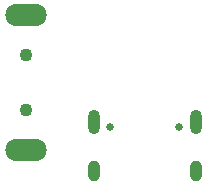
<source format=gbr>
%TF.GenerationSoftware,KiCad,Pcbnew,9.0.7*%
%TF.CreationDate,2026-02-09T14:49:57+01:00*%
%TF.ProjectId,usb-dmx,7573622d-646d-4782-9e6b-696361645f70,1.3*%
%TF.SameCoordinates,Original*%
%TF.FileFunction,Soldermask,Bot*%
%TF.FilePolarity,Negative*%
%FSLAX46Y46*%
G04 Gerber Fmt 4.6, Leading zero omitted, Abs format (unit mm)*
G04 Created by KiCad (PCBNEW 9.0.7) date 2026-02-09 14:49:57*
%MOMM*%
%LPD*%
G01*
G04 APERTURE LIST*
%ADD10O,3.500000X1.900000*%
%ADD11C,1.100000*%
%ADD12C,0.650000*%
%ADD13O,1.000000X2.100000*%
%ADD14O,1.000000X1.800000*%
G04 APERTURE END LIST*
D10*
%TO.C,J2*%
X94000000Y-61800000D03*
X94000000Y-73200000D03*
D11*
X94000000Y-65200000D03*
X94000000Y-69800000D03*
%TD*%
D12*
%TO.C,J1*%
X101180000Y-71320000D03*
X106960000Y-71320000D03*
D13*
X99750000Y-70820000D03*
D14*
X99750000Y-75000000D03*
D13*
X108390000Y-70820000D03*
D14*
X108390000Y-75000000D03*
%TD*%
M02*

</source>
